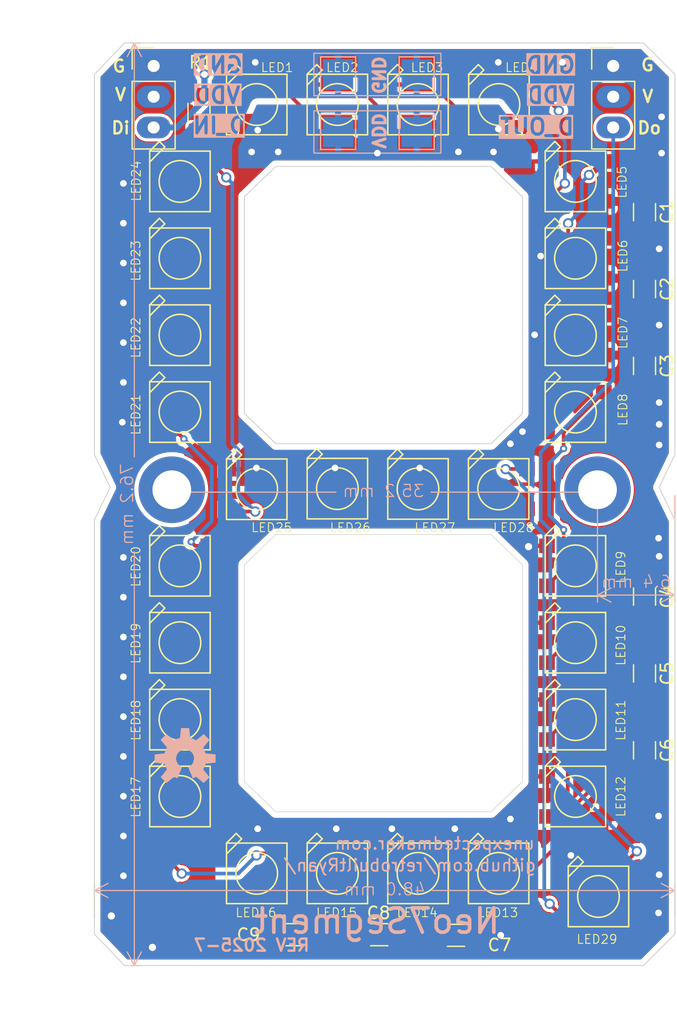
<source format=kicad_pcb>
(kicad_pcb (version 20240108) (generator "pcbnew") (generator_version "8.0")
  (layers (0 "F.Cu" signal) (31 "B.Cu" signal) (34 "B.Paste" user) (35 "F.Paste" user) (36 "B.SilkS" user "B.Silkscreen") (37 "F.SilkS" user "F.Silkscreen") (38 "B.Mask" user) (39 "F.Mask" user) (44 "Edge.Cuts" user))
  (net 0 "")
  (net 1 "GND")
  (net 2 "VDD")
  (net 3 "Net-(LED1-DI)")
  (net 4 "Net-(LED1-DO)")
  (net 5 "Net-(LED2-DO)")
  (net 6 "Net-(LED3-DO)")
  (net 7 "/DATA")
  (net 8 "Net-(LED5-DO)")
  (net 9 "Net-(LED6-DO)")
  (net 10 "Net-(LED7-DO)")
  (net 11 "/DATA1")
  (net 12 "Net-(LED10-DI)")
  (net 13 "Net-(LED10-DO)")
  (net 14 "Net-(LED11-DO)")
  (net 15 "/DATA2")
  (net 16 "Net-(LED13-DO)")
  (net 17 "Net-(LED14-DO)")
  (net 18 "Net-(LED15-DO)")
  (net 19 "/DATA3")
  (net 20 "Net-(LED17-DO)")
  (net 21 "Net-(LED18-DO)")
  (net 22 "Net-(LED19-DO)")
  (net 23 "/DATA4")
  (net 24 "Net-(LED21-DO)")
  (net 25 "Net-(LED22-DO)")
  (net 26 "Net-(LED23-DO)")
  (net 27 "/DATA5")
  (net 28 "Net-(LED25-DO)")
  (net 29 "Net-(LED26-DO)")
  (net 30 "Net-(LED27-DO)")
  (net 31 "/DATA6")
  (net 32 "/DATA_OUT")
  (net 33 "/DATA_IN")
  (footprint "NeoSevenSegment:WS2812B-NARROW" (layer "F.Cu") (at 164.3761 129.1336)
    (property "Reference" "LED12")
    (property "Value" "WS2812B_5050N" (hide yes))
  )
  (footprint "NeoSevenSegment:WS2812B-NARROW" (layer "F.Cu") (at 164.3761 91.0336)
    (property "Reference" "LED7")
    (property "Value" "WS2812B_5050N" (hide yes))
  )
  (footprint "NeoSevenSegment:WS2812B-NARROW" (layer "F.Cu") (at 131.6736 91.0336)
    (property "Reference" "LED22")
    (property "Value" "WS2812B_5050N" (hide yes))
  )
  (footprint "Capacitor_SMD:C_1206_3216Metric" (layer "F.Cu") (at 148.15 140.55)
    (property "Reference" "C8")
    (property "Value" "0.1uF 50V" (hide yes))
  )
  (footprint "MountingHole:MountingHole_3.2mm_M3_ISO14580_Pad_TopBottom" (layer "F.Cu") (at 166.2 103.8)
    (property "Reference" "H2" (hide yes))
    (property "Value" "MountingHole")
  )
  (footprint "NeoSevenSegment:WS2812B-NARROW" (layer "F.Cu") (at 131.6736 84.6836)
    (property "Reference" "LED23")
    (property "Value" "WS2812B_5050N" (hide yes))
  )
  (footprint "NeoSevenSegment:WS2812B-NARROW" (layer "F.Cu") (at 151.3586 135.4836)
    (property "Reference" "LED14")
    (property "Value" "WS2812B_5050N" (hide yes))
  )
  (footprint "Capacitor_SMD:C_1206_3216Metric" (layer "F.Cu") (at 170.0911 87.2236 -90)
    (property "Reference" "C2")
    (property "Value" "0.1uF 50V")
  )
  (footprint "Capacitor_SMD:C_1206_3216Metric" (layer "F.Cu") (at 154.5 140.6)
    (property "Reference" "C7")
    (property "Value" "0.1uF 50V" (hide yes))
  )
  (footprint "MountingHole:MountingHole_3.2mm_M3_ISO14580_Pad_TopBottom" (layer "F.Cu") (at 131 103.8)
    (property "Reference" "H1" (hide yes))
    (property "Value" "MountingHole")
  )
  (footprint "NeoSevenSegment:WS2812B-NARROW" (layer "F.Cu") (at 131.6736 129.1336)
    (property "Reference" "LED17")
    (property "Value" "WS2812B_5050N" (hide yes))
  )
  (footprint "NeoSevenSegment:WS2812B-NARROW" (layer "F.Cu") (at 164.3761 97.3836)
    (property "Reference" "LED8")
    (property "Value" "WS2812B_5050N" (hide yes))
  )
  (footprint "NeoSevenSegment:WS2812B-NARROW" (layer "F.Cu") (at 151.3586 71.9836)
    (property "Reference" "LED3")
    (property "Value" "WS2812B_5050N" (hide yes))
  )
  (footprint "NeoSevenSegment:WS2812B-NARROW" (layer "F.Cu") (at 131.6736 116.4336)
    (property "Reference" "LED19")
    (property "Value" "WS2812B_5050N" (hide yes))
  )
  (footprint "NeoSevenSegment:WS2812B-NARROW" (layer "F.Cu") (at 158.0261 135.4836)
    (property "Reference" "LED13")
    (property "Value" "WS2812B_5050N" (hide yes))
  )
  (footprint "Capacitor_SMD:C_1206_3216Metric" (layer "F.Cu") (at 170.0911 93.5736 -90)
    (property "Reference" "C3")
    (property "Value" "0.1uF 50V")
  )
  (footprint "Capacitor_SMD:C_1206_3216Metric" (layer "F.Cu") (at 170.0911 112.6236 -90)
    (property "Reference" "C4")
    (property "Value" "0.1uF 50V")
  )
  (footprint "Capacitor_SMD:C_1206_3216Metric" (layer "F.Cu") (at 141.15 140.55)
    (property "Reference" "C9")
    (property "Value" "0.1uF 50V" (hide yes))
  )
  (footprint "NeoSevenSegment:WS2812B-NARROW" (layer "F.Cu") (at 131.6736 78.3336)
    (property "Reference" "LED24")
    (property "Value" "WS2812B_5050N" (hide yes))
  )
  (footprint "Capacitor_SMD:C_1206_3216Metric" (layer "F.Cu") (at 170.0911 80.8736 -90)
    (property "Reference" "C1")
    (property "Value" "0.1uF 50V")
  )
  (footprint "NeoSevenSegment:WS2812B-NARROW" (layer "F.Cu") (at 144.6911 71.9836)
    (property "Reference" "LED2")
    (property "Value" "WS2812B_5050N" (hide yes))
  )
  (footprint "NeoSevenSegment:WS2812B-NARROW" (layer "F.Cu") (at 131.6736 110.0836)
    (property "Reference" "LED20")
    (property "Value" "WS2812B_5050N" (hide yes))
  )
  (footprint "NeoSevenSegment:WS2812B-NARROW" (layer "F.Cu") (at 164.3761 122.7836)
    (property "Reference" "LED11")
    (property "Value" "WS2812B_5050N" (hide yes))
  )
  (footprint "NeoSevenSegment:WS2812B-NARROW" (layer "F.Cu") (at 164.3761 110.0836)
    (property "Reference" "LED9")
    (property "Value" "WS2812B_5050N" (hide yes))
  )
  (footprint "NeoSevenSegment:WS2812B-NARROW" (layer "F.Cu") (at 131.6736 122.7836)
    (property "Reference" "LED18")
    (property "Value" "WS2812B_5050N" (hide yes))
  )
  (footprint "NeoSevenSegment:WS2812B-NARROW" (layer "F.Cu") (at 151.3586 103.7336)
    (property "Reference" "LED27")
    (property "Value" "WS2812B_5050N" (hide yes))
  )
  (footprint "NeoSevenSegment:WS2812B-NARROW" (layer "F.Cu") (at 138.0236 71.9836)
    (property "Reference" "LED1")
    (property "Value" "WS2812B_5050N" (hide yes))
  )
  (footprint "NeoSevenSegment:WS2812B-NARROW" (layer "F.Cu") (at 131.6736 97.3836)
    (property "Reference" "LED21")
    (property "Value" "WS2812B_5050N" (hide yes))
  )
  (footprint "NeoSevenSegment:WS2812B-NARROW" (layer "F.Cu") (at 144.6911 135.4836)
    (property "Reference" "LED15")
    (property "Value" "WS2812B_5050N" (hide yes))
  )
  (footprint "PCM_SL_Connectors:PinHeader_1x03_P2.54mm_Vertical" (layer "F.Cu") (at 129.5 68.8)
    (property "Reference" "J1" (hide yes))
    (property "Value" "PINHD_1x3_Male" (hide yes))
  )
  (footprint "Capacitor_SMD:C_1206_3216Metric" (layer "F.Cu") (at 170.0911 118.9736 -90)
    (property "Reference" "C5")
    (property "Value" "0.1uF 50V")
  )
  (footprint "NeoSevenSegment:WS2812B-NARROW" (layer "F.Cu") (at 164.3761 116.4336)
    (property "Reference" "LED10")
    (property "Value" "WS2812B_5050N" (hide yes))
  )
  (footprint "NeoSevenSegment:WS2812B-NARROW" (layer "F.Cu") (at 164.3761 84.6836)
    (property "Reference" "LED6")
    (property "Value" "WS2812B_5050N" (hide yes))
  )
  (footprint "NeoSevenSegment:WS2812B-NARROW" (layer "F.Cu") (at 138.0236 103.759)
    (property "Reference" "LED25")
    (property "Value" "WS2812B_5050N" (hide yes))
  )
  (footprint "Capacitor_SMD:C_1206_3216Metric" (layer "F.Cu") (at 170.0911 125.3236 -90)
    (property "Reference" "C6")
    (property "Value" "0.1uF 50V")
  )
  (footprint "NeoSevenSegment:WS2812B-NARROW" (layer "F.Cu") (at 166.2811 137.3886)
    (property "Reference" "LED29")
    (property "Value" "WS2812B_5050N" (hide yes))
  )
  (footprint "NeoSevenSegment:WS2812B-NARROW" (layer "F.Cu") (at 164.3761 78.3336)
    (property "Reference" "LED5")
    (property "Value" "WS2812B_5050N" (hide yes))
  )
  (footprint "NeoSevenSegment:WS2812B-NARROW" (layer "F.Cu") (at 144.6911 103.7082)
    (property "Reference" "LED26")
    (property "Value" "WS2812B_5050N" (hide yes))
  )
  (footprint "Resistor_SMD:R_1206_3216Metric" (layer "F.Cu") (at 133.25 72.6186 90)
    (property "Reference" "R1")
    (property "Value" "220")
  )
  (footprint "NeoSevenSegment:WS2812B-NARROW" (layer "F.Cu") (at 138.0236 135.4836)
    (property "Reference" "LED16")
    (property "Value" "WS2812B_5050N" (hide yes))
  )
  (footprint "NeoSevenSegment:WS2812B-NARROW" (layer "F.Cu") (at 158.0515 71.9836)
    (property "Reference" "LED4")
    (property "Value" "WS2812B_5050N" (hide yes))
  )
  (footprint "NeoSevenSegment:WS2812B-NARROW" (layer "F.Cu") (at 158.0261 103.7336)
    (property "Reference" "LED28")
    (property "Value" "WS2812B_5050N" (hide yes))
  )
  (footprint "PCM_SL_Connectors:PinHeader_1x03_P2.54mm_Vertical" (layer "F.Cu") (at 167.5 68.8)
    (property "Reference" "J2" (hide yes))
    (property "Value" "PINHD_1x3_Male" (hide yes))
  )
  (footprint "TestPoint:TestPoint_Pad_2.5x2.5mm" (layer "B.Cu") (at 144.75 69.5 180)
    (property "Reference" "TP2" (hide yes))
    (property "Value" "TestPoint" (hide yes))
  )
  (footprint "TestPoint:TestPoint_Pad_2.5x2.5mm" (layer "B.Cu") (at 144.75 74.25 180)
    (property "Reference" "TP1" (hide yes))
    (property "Value" "TestPoint" (hide yes))
  )
  (footprint "TestPoint:TestPoint_Pad_2.5x2.5mm" (layer "B.Cu") (at 151.25 74.25 180)
    (property "Reference" "TP3" (hide yes))
    (property "Value" "TestPoint" (hide yes))
  )
  (footprint "NeoSevenSegment:OSHW-LOGO-M_507" (layer "B.Cu") (at 132.1 126 180)
    (property "Reference" "LOGO1" (hide yes))
    (property "Value" "OSHW-LOGOM" (hide yes))
  )
  (footprint "TestPoint:TestPoint_Pad_2.5x2.5mm" (layer "B.Cu") (at 151.25 69.5 180)
    (property "Reference" "TP4" (hide yes))
    (property "Value" "TestPoint" (hide yes))
  )
  (gr_rect (start 142.75 72.5) (end 153.25 76) (stroke (width 0.1)) (fill none) (layer "B.SilkS"))
  (gr_rect (start 142.75 67.75) (end 153.25 71.25) (stroke (width 0.1)) (fill none) (layer "B.SilkS"))
  (gr_line (start 124.6 106.3) (end 124.6 140.5) (stroke (width 0.0762)) (layer "Edge.Cuts"))
  (gr_line (start 157.3911 77.1) (end 160 79.6036) (stroke (width 0.0762)) (layer "Edge.Cuts"))
  (gr_line (start 139.6111 100) (end 157.4 100) (stroke (width 0.0762)) (layer "Edge.Cuts"))
  (gr_line (start 139.6 77.1) (end 157.3911 77.1) (stroke (width 0.0762)) (layer "Edge.Cuts"))
  (gr_line (start 171.3 103.6) (end 172.6 100.9) (stroke (width 0.0762)) (layer "Edge.Cuts"))
  (gr_line (start 157.4 100) (end 160 97.5) (stroke (width 0.0762)) (layer "Edge.Cuts"))
  (gr_line (start 127.1 143.1) (end 170 143.1) (stroke (width 0.0762)) (layer "Edge.Cuts"))
  (gr_line (start 172.6 140.5) (end 172.6 106.3) (stroke (width 0.0762)) (layer "Edge.Cuts"))
  (gr_line (start 172.6 106.3) (end 171.3 103.6) (stroke (width 0.0762)) (layer "Edge.Cuts"))
  (gr_line (start 137 97.5) (end 139.6111 100) (stroke (width 0.0762)) (layer "Edge.Cuts"))
  (gr_line (start 160 97.5) (end 160 79.6036) (stroke (width 0.0762)) (layer "Edge.Cuts"))
  (gr_line (start 127.1 66.9) (end 170 66.9) (stroke (width 0.0762)) (layer "Edge.Cuts"))
  (gr_line (start 137 79.6036) (end 139.6 77.1) (stroke (width 0.0762)) (layer "Edge.Cuts"))
  (gr_line (start 127.1 66.9) (end 124.6 69.5) (stroke (width 0.0762)) (layer "Edge.Cuts"))
  (gr_line (start 125.9 103.6) (end 124.6 106.3) (stroke (width 0.0762)) (layer "Edge.Cuts"))
  (gr_line (start 137 79.6036) (end 137 97.5) (stroke (width 0.0762)) (layer "Edge.Cuts"))
  (gr_line (start 172.6 100.9) (end 172.6 69.5) (stroke (width 0.0762)) (layer "Edge.Cuts"))
  (gr_line (start 127.1 143.1) (end 124.6 140.5) (stroke (width 0.0762)) (layer "Edge.Cuts"))
  (gr_poly (pts (xy 139.6 107.5) (xy 137 110) (xy 137 127.9) (xy 139.6 130.4) (xy 157.4 130.4) (xy 160 127.9) (xy 160 110) (xy 157.4 107.5)) (stroke (width 0.05)) (fill none) (layer "Edge.Cuts"))
  (gr_line (start 172.6 69.5) (end 170 66.9) (stroke (width 0.0762)) (layer "Edge.Cuts"))
  (gr_line (start 124.6 69.5) (end 124.6 100.9) (stroke (width 0.0762)) (layer "Edge.Cuts"))
  (gr_line (start 124.6 100.9) (end 125.9 103.6) (stroke (width 0.0762)) (layer "Edge.Cuts"))
  (gr_line (start 172.6 140.5) (end 170 143.1) (stroke (width 0.0762)) (layer "Edge.Cuts"))
  (gr_text "D_IN" (at 132.6 74.5 0) (layer "B.SilkS" knockout) (effects (font (size 1.308608 1.308608) (thickness 0.261722) (bold yes)) (justify right bottom mirror)))
  (gr_text "REV 2025-7" (at 142.5 142 0) (layer "B.SilkS") (effects (font (size 1 1) (thickness 0.2)) (justify left bottom mirror)))
  (gr_text "GND" (at 147.5 71.25 270) (layer "B.SilkS") (effects (font (size 1 1) (thickness 0.25) (bold yes)) (justify left bottom mirror)))
  (gr_text "GND" (at 137 69.5 0) (layer "B.SilkS" knockout) (effects (font (size 1.308608 1.308608) (thickness 0.261722) (bold yes)) (justify left bottom mirror)))
  (gr_text "D_OUT" (at 164.4 74.6 0) (layer "B.SilkS" knockout) (effects (font (size 1.308608 1.308608) (thickness 0.261722) (bold yes)) (justify left bottom mirror)))
  (gr_text "VDD" (at 136.8 72 0) (layer "B.SilkS" knockout) (effects (font (size 1.308608 1.308608) (thickness 0.261722) (bold yes)) (justify left bottom mirror)))
  (gr_text "Neo7Segment" (at 158.3 140.6 0) (layer "B.SilkS") (effects (font (size 2 2) (thickness 0.3)) (justify left bottom mirror)))
  (gr_text "VDD" (at 164.3 72 0) (layer "B.SilkS" knockout) (effects (font (size 1.308608 1.308608) (thickness 0.261722) (bold yes)) (justify left bottom mirror)))
  (gr_text "GND" (at 164.5 69.5 0) (layer "B.SilkS" knockout) (effects (font (size 1.308608 1.308608) (thickness 0.261722) (bold yes)) (justify left bottom mirror)))
  (gr_text "github.com/retrobuiltRyan/" (at 161.2 135.4 0) (layer "B.SilkS") (effects (font (size 1 1)) (justify left bottom mirror)))
  (gr_text "unexpectedmaker.com" (at 161.1 133.6 0) (layer "B.SilkS") (effects (font (size 1 1)) (justify left bottom mirror)))
  (gr_text "VDD" (at 147.5 75.75 270) (layer "B.SilkS") (effects (font (size 1 1) (thickness 0.25) (bold yes)) (justify left bottom mirror)))
  (gr_text "V" (at 126.2 71.75 0) (layer "F.SilkS") (effects (font (size 1 1) (thickness 0.2) (bold yes)) (justify left bottom)))
  (gr_text "G" (at 169.7 69.3 0) (layer "F.SilkS") (effects (font (size 1 1) (thickness 0.2) (bold yes)) (justify left bottom)))
  (gr_text "Do" (at 169.4 74.5 0) (layer "F.SilkS") (effects (font (size 1 1) (thickness 0.2) (bold yes)) (justify left bottom)))
  (gr_text "V" (at 169.8 71.9 0) (layer "F.SilkS") (effects (font (size 1 1) (thickness 0.2) (bold yes)) (justify left bottom)))
  (gr_text "Di" (at 125.9 74.5 0) (layer "F.SilkS") (effects (font (size 1 1) (thickness 0.2) (bold yes)) (justify left bottom)))
  (gr_text "G" (at 126 69.4 0) (layer "F.SilkS") (effects (font (size 1 1) (thickness 0.2) (bold yes)) (justify left bottom)))
  (dimension (type orthogonal) (layer "B.SilkS") (pts (xy 127.1 66.9) (xy 127.1 143.1)) (height 0.8) (orientation 1) (gr_text "76.2 mm" (at 127.3 105 90) (layer "B.SilkS") (effects (font (size 1 1) (thickness 0.1)) (justify mirror))) (format (prefix "") (suffix "") (units 3) (units_format 1) (precision 1)) (style (thickness 0.1) (arrow_length 1.27) (text_position_mode 2) (extension_height 0.58642) (extension_offset 0.5) keep_text_aligned))
  (dimension (type orthogonal) (layer "B.SilkS") (pts (xy 172.6 139.6) (xy 124.6 139.6)) (height -2.7) (orientation 0) (gr_text "48.0 mm" (at 148.6 136.8 0) (layer "B.SilkS") (effects (font (size 1 1) (thickness 0.1)) (justify mirror))) (format (prefix "") (suffix "") (units 3) (units_format 1) (precision 1)) (style (thickness 0.1) (arrow_length 1.27) (text_position_mode 2) (extension_height 0.58642) (extension_offset 0.5) keep_text_aligned))
  (dimension (type orthogonal) (layer "B.SilkS") (pts (xy 166.2 103.8) (xy 172.6 103.8)) (height 8.7) (orientation 0) (gr_text "6.4 mm" (at 169.4 111.4 0) (layer "B.SilkS") (effects (font (size 1 1) (thickness 0.1)) (justify mirror))) (format (prefix "") (suffix "") (units 3) (units_format 1) (precision 1)) (style (thickness 0.1) (arrow_length 1.27) (text_position_mode 0) (extension_height 0.58642) (extension_offset 0.5) keep_text_aligned))
  (dimension (type orthogonal) (layer "B.SilkS") (pts (xy 166.2 101.9) (xy 131 101.9)) (height 2.1) (orientation 0) (gr_text "35.2 mm" (at 148.5 103.9 0) (layer "B.SilkS") (effects (font (size 1 1) (thickness 0.1)) (justify mirror))) (format (prefix "") (suffix "") (units 3) (units_format 1) (precision 1)) (style (thickness 0.1) (arrow_length 1.27) (text_position_mode 2) (extension_height 0.58642) (extension_offset 0.5) keep_text_aligned))
  (via (at 171.3 96.6) (size 0.8548) (drill 0.55) (layers "F.Cu" "B.Cu") (net 1))
  (via (at 171.3 83.9) (size 0.8548) (drill 0.55) (layers "F.Cu" "B.Cu") (net 1))
  (via (at 127 119.251868) (size 0.8548) (drill 0.55) (layers "F.Cu" "B.Cu") (net 1))
  (via (at 160.5 108.5) (size 0.9048) (drill 0.6) (layers "F.Cu" "B.Cu") (net 1))
  (via (at 127 85.074376) (size 0.8548) (drill 0.55) (layers "F.Cu" "B.Cu") (net 1))
  (via (at 127 122.539056) (size 0.8548) (drill 0.55) (layers "F.Cu" "B.Cu") (net 1))
  (via (at 126.9111 98.223128) (size 0.8548) (drill 0.55) (layers "F.Cu" "B.Cu") (net 1))
  (via (at 138.1 131.8) (size 0.8548) (drill 0.55) (layers "F.Cu" "B.Cu") (net 1))
  (via (at 127 88.361564) (size 0.8548) (drill 0.55) (layers "F.Cu" "B.Cu") (net 1))
  (via (at 171.3 100.1) (size 0.8548) (drill 0.55) (layers "F.Cu" "B.Cu") (net 1))
  (via (at 161.5 84.5) (size 0.8548) (drill 0.55) (layers "F.Cu" "B.Cu") (net 1))
  (via (at 127 125.826244) (size 0.8548) (drill 0.55) (layers "F.Cu" "B.Cu") (net 1))
  (via (at 127 115.96468) (size 0.8548) (drill 0.55) (layers "F.Cu" "B.Cu") (net 1))
  (via (at 126 139) (size 0.9048) (drill 0.6) (layers "F.Cu" "B.Cu") (net 1))
  (via (at 160 99) (size 0.8548) (drill 0.55) (layers "F.Cu" "B.Cu") (net 1))
  (via (at 171.25 130.75) (size 0.8548) (drill 0.55) (layers "F.Cu" "B.Cu") (net 1))
  (via (at 144.5 102) (size 0.8548) (drill 0.55) (layers "F.Cu" "B.Cu") (net 1))
  (via (at 171.5 73) (size 0.8548) (drill 0.55) (layers "F.Cu" "B.Cu") (net 1))
  (via (at 127 132.40062) (size 0.8548) (drill 0.55) (layers "F.Cu" "B.Cu") (net 1))
  (via (at 171.3 90.2) (size 0.8548) (drill 0.55) (layers "F.Cu" "B.Cu") (net 1))
  (via (at 171.25 138.75) (size 0.8548) (drill 0.55) (layers "F.Cu" "B.Cu") (net 1))
  (via (at 127 81.787188) (size 0.8548) (drill 0.55) (layers "F.Cu" "B.Cu") (net 1))
  (via (at 127 112.677492) (size 0.8548) (drill 0.55) (layers "F.Cu" "B.Cu") (net 1))
  (via (at 127 94.93594) (size 0.8548) (drill 0.55) (layers "F.Cu" "B.Cu") (net 1))
  (via (at 171.3 98.4) (size 0.8548) (drill 0.55) (layers "F.Cu" "B.Cu") (net 1))
  (via (at 171.3 135.6) (size 0.8548) (drill 0.55) (layers "F.Cu" "B.Cu") (net 1))
  (via (at 171.5 76) (size 0.8548) (drill 0.55) (layers "F.Cu" "B.Cu") (net 1))
  (via (at 127 78.5) (size 0.8548) (drill 0.55) (layers "F.Cu" "B.Cu") (net 1))
  (via (at 161 91) (size 0.8548) (drill 0.55) (layers "F.Cu" "B.Cu") (net 1))
  (via (at 138 102) (size 0.8548) (drill 0.55) (layers "F.Cu" "B.Cu") (net 1))
  (via (at 127 129.113432) (size 0.8548) (drill 0.55) (layers "F.Cu" "B.Cu") (net 1))
  (via (at 129.4 141.6) (size 0.9048) (drill 0.6) (layers "F.Cu" "B.Cu") (net 1))
  (via (at 158 68.5) (size 0.8548) (drill 0.55) (layers "F.Cu" "B.Cu") (net 1))
  (via (at 137.9 68.5) (size 0.8548) (drill 0.55) (layers "F.Cu" "B.Cu") (net 1))
  (via (at 151.5 102) (size 0.8548) (drill 0.55) (layers "F.Cu" "B.Cu") (net 1))
  (via (at 127 91.648752) (size 0.8548) (drill 0.55) (layers "F.Cu" "B.Cu") (net 1))
  (via (at 171.3 109.3) (size 0.8548) (drill 0.55) (layers "F.Cu" "B.Cu") (net 1))
  (via (at 159 131) (size 0.8548) (drill 0.55) (layers "F.Cu" "B.Cu") (net 1))
  (via (at 144.6 131.8) (size 0.8548) (drill 0.55) (layers "F.Cu" "B.Cu") (net 1))
  (via (at 158.2 140.6) (size 0.8548) (drill 0.55) (layers "F.Cu" "B.Cu") (net 1))
  (via (at 149.2 131.8) (size 0.8548) (drill 0.55) (layers "F.Cu" "B.Cu") (net 1))
  (via (at 164 134) (size 0.8548) (drill 0.55) (layers "F.Cu" "B.Cu") (net 1))
  (via (at 163.3 68.5) (size 0.8548) (drill 0.55) (layers "F.Cu" "B.Cu") (net 1))
  (via (at 159 100) (size 0.8548) (drill 0.55) (layers "F.Cu" "B.Cu") (net 1))
  (via (at 127 135.687808) (size 0.8548) (drill 0.55) (layers "F.Cu" "B.Cu") (net 1))
  (via (at 127 109.390304) (size 0.8548) (drill 0.55) (layers "F.Cu" "B.Cu") (net 1))
  (via (at 171.25 107.8) (size 0.8548) (drill 0.55) (layers "F.Cu" "B.Cu") (net 1))
  (via (at 154.4 131.8) (size 0.8548) (drill 0.55) (layers "F.Cu" "B.Cu") (net 1))
  (via (at 138.1 74.1) (size 0.8548) (drill 0.55) (layers "F.Cu" "B.Cu") (net 2))
  (via (at 154.7 75.9) (size 0.8548) (drill 0.55) (layers "F.Cu" "B.Cu") (net 2))
  (via (at 137.6 75.9) (size 0.8548) (drill 0.55) (layers "F.Cu" "B.Cu") (net 2))
  (via (at 158 74) (size 0.8548) (drill 0.55) (layers "F.Cu" "B.Cu") (net 2))
  (via (at 148 76) (size 0.8548) (drill 0.55) (layers "F.Cu" "B.Cu") (net 2))
  (via (at 157.6 75.9) (size 0.8548) (drill 0.55) (layers "F.Cu" "B.Cu") (net 2))
  (via (at 139.8 75.9) (size 0.8548) (drill 0.55) (layers "F.Cu" "B.Cu") (net 2))
  (segment (start 133.5786 74.0811) (end 135.2261 74.0811) (width 0.3048) (layer "F.Cu") (net 3))
  (segment (start 135.2261 74.0811) (end 135.6736 73.6336) (width 0.3048) (layer "F.Cu") (net 3))
  (segment (start 140.6911 71.1586) (end 142.3411 72.8086) (width 0.3048) (layer "F.Cu") (net 4))
  (segment (start 140.3736 70.3336) (end 140.6911 71.1586) (width 0.3048) (layer "F.Cu") (net 4))
  (segment (start 142.3411 72.8086) (end 142.3411 73.6336) (width 0.3048) (layer "F.Cu") (net 4))
  (segment (start 147.0411 70.3336) (end 147.2311 70.5236) (width 0.3048) (layer "F.Cu") (net 5))
  (segment (start 147.2311 71.3486) (end 148.6911 72.8086) (width 0.3048) (layer "F.Cu") (net 5))
  (segment (start 148.6911 72.8086) (end 149.0086 73.6336) (width 0.3048) (layer "F.Cu") (net 5))
  (segment (start 147.2311 70.5236) (end 147.2311 71.3486) (width 0.3048) (layer "F.Cu") (net 5))
  (segment (start 155.0665 72.834) (end 155.7015 73.6336) (width 0.3048) (layer "F.Cu") (net 6))
  (segment (start 153.5811 70.5236) (end 153.5811 71.3486) (width 0.3048) (layer "F.Cu") (net 6))
  (segment (start 153.5811 71.3486) (end 155.0665 72.834) (width 0.3048) (layer "F.Cu") (net 6))
  (segment (start 153.7086 70.3336) (end 153.5811 70.5236) (width 0.3048) (layer "F.Cu") (net 6))
  (segment (start 162.0261 79.9739) (end 162.0261 79.9836) (width 0.3048) (layer "F.Cu") (net 7))
  (segment (start 160.8336 70.3336) (end 160.4015 70.3336) (width 0.3048) (layer "F.Cu") (net 7))
  (segment (start 163.5 78.5) (end 162.0261 79.9739) (width 0.3048) (layer "F.Cu") (net 7))
  (segment (start 163 72.5) (end 160.8336 70.3336) (width 0.3048) (layer "F.Cu") (net 7))
  (via (at 163 72.5) (size 0.8548) (drill 0.55) (layers "F.Cu" "B.Cu") (net 7))
  (via (at 163.5 78.5) (size 0.8548) (drill 0.55) (layers "F.Cu" "B.Cu") (net 7))
  (segment (start 163 74.5) (end 163 72.5) (width 0.3048) (layer "B.Cu") (net 7))
  (segment (start 163.5 75) (end 163 74.5) (width 0.3048) (layer "B.Cu") (net 7))
  (segment (start 163.5 78.5) (end 163.5 75) (width 0.3048) (layer "B.Cu") (net 7))
  (segment (start 163.7736 84.5861) (end 162.0261 86.3336) (width 0.3048) (layer "F.Cu") (net 8))
  (segment (start 165.5 77.8) (end 165.6097 77.8) (width 0.5) (layer "F.Cu") (net 8))
  (segment (start 163.7736 81.8) (end 163.7736 84.5861) (width 0.3048) (layer "F.Cu") (net 8))
  (segment (start 165.6097 77.8) (end 166.7261 76.6836) (width 0.5) (layer "F.Cu") (net 8))
  (via (at 163.7736 81.8) (size 0.8548) (drill 0.55) (layers "F.Cu" "B.Cu") (net 8))
  (via (at 165.5 77.8) (size 0.8548) (drill 0.55) (layers "F.Cu" "B.Cu") (net 8))
  (segment (start 165.5 77.8) (end 164.9 78.4) (width 0.3) (layer "B.Cu") (net 8))
  (segment (start 164.9 80.6736) (end 163.7736 81.8) (width 0.3) (layer "B.Cu") (net 8))
  (segment (start 164.9 78.4) (end 164.9 80.6736) (width 0.3) (layer "B.Cu") (net 8))
  (segment (start 162.0261 92.6836) (end 163.7736 90.9361) (width 0.3048) (layer "F.Cu") (net 9))
  (segment (start 163.7736 90.9361) (end 163.7736 85.9861) (width 0.3048) (layer "F.Cu") (net 9))
  (segment (start 163.7736 85.9861) (end 166.7261 83.0336) (width 0.3048) (layer "F.Cu") (net 9))
  (segment (start 163.7411 92.3686) (end 166.7261 89.3836) (width 0.3048) (layer "F.Cu") (net 10))
  (segment (start 162.0261 99.0336) (end 163.7411 97.3186) (width 0.3048) (layer "F.Cu") (net 10))
  (segment (start 163.7411 97.3186) (end 163.7411 92.3686) (width 0.3048) (layer "F.Cu") (net 10))
  (segment (start 163.4 99.0597) (end 163.4 100.4) (width 0.3048) (layer "F.Cu") (net 11))
  (segment (start 166.7261 95.7336) (end 163.4 99.0597) (width 0.3048) (layer "F.Cu") (net 11))
  (segment (start 163.4 107.1) (end 163.4 110.3597) (width 0.3048) (layer "F.Cu") (net 11))
  (segment (start 163.4 110.3597) (end 162.0261 111.7336) (width 0.3048) (layer "F.Cu") (net 11))
  (via (at 163.4 107.1) (size 0.6) (drill 0.3) (layers "F.Cu" "B.Cu") (net 11))
  (via (at 163.4 100.4) (size 0.6) (drill 0.3) (layers "F.Cu" "B.Cu") (net 11))
  (segment (start 162.2 105.9) (end 163.4 107.1) (width 0.3048) (layer "B.Cu") (net 11))
  (segment (start 163.4 100.4) (end 162.2 101.6) (width 0.3048) (layer "B.Cu") (net 11))
  (segment (start 162.2 101.6) (end 162.2 105.9) (width 0.3048) (layer "B.Cu") (net 11))
  (segment (start 163.7411 111.4186) (end 163.7411 116.3686) (width 0.3048) (layer "F.Cu") (net 12))
  (segment (start 166.7261 108.4336) (end 163.7411 111.4186) (width 0.3048) (layer "F.Cu") (net 12))
  (segment (start 163.7411 116.3686) (end 162.0261 118.0836) (width 0.3048) (layer "F.Cu") (net 12))
  (segment (start 163.7411 122.7186) (end 163.7411 117.7686) (width 0.3048) (layer "F.Cu") (net 13))
  (segment (start 163.7411 117.7686) (end 166.7261 114.7836) (width 0.3048) (layer "F.Cu") (net 13))
  (segment (start 162.0261 124.4336) (end 163.7411 122.7186) (width 0.3048) (layer "F.Cu") (net 13))
  (segment (start 163.7411 124.1186) (end 166.7261 121.1336) (width 0.3048) (layer "F.Cu") (net 14))
  (segment (start 162.0261 130.7836) (end 163.7411 129.0686) (width 0.3048) (layer "F.Cu") (net 14))
  (segment (start 163.7411 129.0686) (end 163.7411 124.1186) (width 0.3048) (layer "F.Cu") (net 14))
  (segment (start 159.9636 136.0861) (end 163.7411 132.3086) (width 0.3048) (layer "F.Cu") (net 15))
  (segment (start 166.7261 127.4836) (end 163.7411 130.4686) (width 0.3048) (layer "F.Cu") (net 15))
  (segment (start 155.6761 137.1336) (end 156.7236 136.0861) (width 0.3048) (layer "F.Cu") (net 15))
  (segment (start 163.7411 130.4686) (end 163.7411 132.3086) (width 0.3048) (layer "F.Cu") (net 15))
  (segment (start 156.7236 136.0861) (end 159.9636 136.0861) (width 0.3048) (layer "F.Cu") (net 15))
  (segment (start 158.7261 135.4836) (end 152.8375 135.4836) (width 0.3048) (layer "F.Cu") (net 16))
  (segment (start 152.8375 135.4836) (end 151.1875 137.1336) (width 0.3048) (layer "F.Cu") (net 16))
  (segment (start 151.1875 137.1336) (end 149.0086 137.1336) (width 0.3048) (layer "F.Cu") (net 16))
  (segment (start 160.3761 133.8336) (end 158.7261 135.4836) (width 0.3048) (layer "F.Cu") (net 16))
  (segment (start 144.3664 137.1336) (end 142.3411 137.1336) (width 0.3048) (layer "F.Cu") (net 17))
  (segment (start 152.72625 133.8336) (end 151.07625 135.4836) (width 0.3048) (layer "F.Cu") (net 17))
  (segment (start 151.07625 135.4836) (end 146.0164 135.4836) (width 0.3048) (layer "F.Cu") (net 17))
  (segment (start 146.0164 135.4836) (end 144.3664 137.1336) (width 0.3048) (layer "F.Cu") (net 17))
  (segment (start 153.7086 133.8336) (end 152.72625 133.8336) (width 0.3048) (layer "F.Cu") (net 17))
  (segment (start 145.80125 133.8336) (end 144.15125 135.4836) (width 0.3048) (layer "F.Cu") (net 18))
  (segment (start 137.6411 135.4836) (end 135.6736 137.1336) (width 0.3048) (layer "F.Cu") (net 18))
  (segment (start 144.15125 135.4836) (end 137.6411 135.4836) (width 0.3048) (layer "F.Cu") (net 18))
  (segment (start 147.0411 133.8336) (end 145.80125 133.8336) (width 0.3048) (layer "F.Cu") (net 18))
  (segment (start 138 134) (end 138.1664 133.8336) (width 0.3048) (layer "F.Cu") (net 19))
  (segment (start 138.1664 133.8336) (end 140.3736 133.8336) (width 0.3048) (layer "F.Cu") (net 19))
  (segment (start 129.3236 133) (end 131.8236 135.5) (width 0.3048) (layer "F.Cu") (net 19))
  (segment (start 129.3236 130.7836) (end 129.3236 133) (width 0.3048) (layer "F.Cu") (net 19))
  (via (at 138 134) (size 0.8548) (drill 0.55) (layers "F.Cu" "B.Cu") (net 19))
  (via (at 131.8236 135.5) (size 0.8548) (drill 0.55) (layers "F.Cu" "B.Cu") (net 19))
  (segment (start 136.5 135.5) (end 131.8236 135.5) (width 0.3048) (layer "B.Cu") (net 19))
  (segment (start 138 134) (end 136.5 135.5) (width 0.3048) (layer "B.Cu") (net 19))
  (segment (start 134.0236 127.4836) (end 132.6911 127.4836) (width 0.3048) (layer "F.Cu") (net 20))
  (segment (start 132.6911 127.4836) (end 129.3236 124.4336) (width 0.3048) (layer "F.Cu") (net 20))
  (segment (start 134.0236 121.1336) (end 132.6911 121.1336) (width 0.3048) (layer "F.Cu") (net 21))
  (segment (start 132.6911 121.1336) (end 129.3236 118.0836) (width 0.3048) (layer "F.Cu") (net 21))
  (segment (start 132.6911 114.7836) (end 129.3236 111.7336) (width 0.3048) (layer "F.Cu") (net 22))
  (segment (start 134.0236 114.7836) (end 132.6911 114.7836) (width 0.3048) (layer "F.Cu") (net 22))
  (segment (start 132 99.6) (end 131.61 99.21) (width 0.3048) (layer "F.Cu") (net 23))
  (segment (start 132.6 108.1) (end 132.9336 108.4336) (width 0.3048) (layer "F.Cu") (net 23))
  (segment (start 129.5 99.21) (end 129.3236 99.0336) (width 0.3048) (layer "F.Cu") (net 23))
  (segment (start 131.61 99.21) (end 129.5 99.21) (width 0.3048) (layer "F.Cu") (net 23))
  (segment (start 132.9336 108.4336) (end 134.0236 108.4336) (width 0.3048) (layer "F.Cu") (net 23))
  (via (at 132 99.6) (size 0.6) (drill 0.3) (layers "F.Cu" "B.Cu") (net 23))
  (via (at 132.6 108.1) (size 0.6) (drill 0.3) (layers "F.Cu" "B.Cu") (net 23))
  (segment (start 134.3 106.4) (end 134.3 101.9) (width 0.3048) (layer "B.Cu") (net 23))
  (segment (start 134.3 101.9) (end 132 99.6) (width 0.3048) (layer "B.Cu") (net 23))
  (segment (start 132.6 108.1) (end 134.3 106.4) (width 0.3048) (layer "B.Cu") (net 23))
  (segment (start 134.0236 95.7336) (end 132.6911 95.7336) (width 0.3048) (layer "F.Cu") (net 24))
  (segment (start 132.6911 95.7336) (end 129.3236 92.6836) (width 0.3048) (layer "F.Cu") (net 24))
  (segment (start 132.6911 89.3836) (end 129.3236 86.3336) (width 0.3048) (layer "F.Cu") (net 25))
  (segment (start 134.0236 89.3836) (end 132.6911 89.3836) (width 0.3048) (layer "F.Cu") (net 25))
  (segment (start 134.0236 83.0336) (end 132.6911 83.0336) (width 0.3048) (layer "F.Cu") (net 26))
  (segment (start 132.6911 83.0336) (end 129.3236 79.9836) (width 0.3048) (layer "F.Cu") (net 26))
  (segment (start 137.9 105.6) (end 135.8646 105.6) (width 0.3048) (layer "F.Cu") (net 27))
  (segment (start 134.0236 76.6836) (end 134.1836 76.6836) (width 0.3048) (layer "F.Cu") (net 27))
  (segment (start 135.8646 105.6) (end 135.6736 105.409) (width 0.3048) (layer "F.Cu") (net 27))
  (segment (start 134.1836 76.6836) (end 135.5 78) (width 0.3048) (layer "F.Cu") (net 27))
  (via (at 137.9 105.6) (size 0.8548) (drill 0.55) (layers "F.Cu" "B.Cu") (net 27))
  (via (at 135.5 78) (size 0.8548) (drill 0.55) (layers "F.Cu" "B.Cu") (net 27))
  (segment (start 136 100) (end 136 78.5) (width 0.3048) (layer "B.Cu") (net 27))
  (segment (start 136.5 104.2) (end 136.5 100.5) (width 0.3048) (layer "B.Cu") (net 27))
  (segment (start 136 78.5) (end 135.5 78) (width 0.3048) (layer "B.Cu") (net 27))
  (segment (start 137.9 105.6) (end 136.5 104.2) (width 0.3048) (layer "B.Cu") (net 27))
  (segment (start 136.5 100.5) (end 136 100) (width 0.3048) (layer "B.Cu") (net 27))
  (segment (start 142.3411 104.0765) (end 142.3411 105.3582) (width 0.3048) (layer "F.Cu") (net 28))
  (segment (start 140.3736 102.109) (end 142.3411 104.0765) (width 0.3048) (layer "F.Cu") (net 28))
  (segment (start 149.0086 104.0257) (end 149.0086 105.3836) (width 0.3048) (layer "F.Cu") (net 29))
  (segment (start 147.0411 102.0582) (end 149.0086 104.0257) (width 0.3048) (layer "F.Cu") (net 29))
  (segment (start 153.7086 102.0836) (end 155.6761 104.0511) (width 0.3048) (layer "F.Cu") (net 30))
  (segment (start 155.6761 104.0511) (end 155.6761 105.3836) (width 0.3048) (layer "F.Cu") (net 30))
  (segment (start 162.245801 138) (end 163.284401 139.0386) (width 0.3048) (layer "F.Cu") (net 31))
  (segment (start 158.6164 102.0836) (end 160.3761 102.0836) (width 0.3048) (layer "F.Cu") (net 31))
  (segment (start 158.6 102.1) (end 158.6164 102.0836) (width 0.3048) (layer "F.Cu") (net 31))
  (segment (start 163.284401 139.0386) (end 163.9311 139.0386) (width 0.3048) (layer "F.Cu") (net 31))
  (via (at 158.6 102.1) (size 0.8548) (drill 0.55) (layers "F.Cu" "B.Cu") (net 31))
  (via (at 162.245801 138) (size 0.8548) (drill 0.55) (layers "F.Cu" "B.Cu") (net 31))
  (segment (start 160.8 104.3) (end 160.8 106.5) (width 0.3048) (layer "B.Cu") (net 31))
  (segment (start 158.6 102.1) (end 160.8 104.3) (width 0.3048) (layer "B.Cu") (net 31))
  (segment (start 161.8 137.554199) (end 162.245801 138) (width 0.3048) (layer "B.Cu") (net 31))
  (segment (start 160.8 106.5) (end 161.8 107.5) (width 0.3048) (layer "B.Cu") (net 31))
  (segment (start 161.8 107.5) (end 161.8 137.554199) (width 0.3048) (layer "B.Cu") (net 31))
  (segment (start 169.4561 133.6561) (end 168.6311 134.4811) (width 0.3048) (layer "F.Cu") (net 32))
  (segment (start 168.6311 134.4811) (end 168.6311 135.7386) (width 0.3048) (layer "F.Cu") (net 32))
  (via (at 169.4561 133.6561) (size 0.8548) (drill 0.55) (layers "F.Cu" "B.Cu") (net 32))
  (segment (start 161.5 106.3) (end 162.3048 107.1048) (width 0.3048) (layer "B.Cu") (net 32))
  (segment (start 162.3048 107.1048) (end 162.3048 126.5048) (width 0.3048) (layer "B.Cu") (net 32))
  (segment (start 167.5 94.7) (end 161.5 100.7) (width 0.3048) (layer "B.Cu") (net 32))
  (segment (start 161.5 100.7) (end 161.5 106.3) (width 0.3048) (layer "B.Cu") (net 32))
  (segment (start 162.3048 126.5048) (end 169.4561 133.6561) (width 0.3048) (layer "B.Cu") (net 32))
  (segment (start 167.5 73.913) (end 167.5 94.7) (width 0.3048) (layer "B.Cu") (net 32))
  (segment (start 133.7 69.5) (end 133.7 71.0347) (width 0.5) (layer "F.Cu") (net 33))
  (segment (start 133.7 71.0347) (end 133.5786 71.1561) (width 0.5) (layer "F.Cu") (net 33))
  (segment (start 133.4266 71.3486) (end 133.5786 71.1966) (width 0.3048) (layer "F.Cu") (net 33))
  (via (at 133.7 69.5) (size 0.8548) (drill 0.55) (layers "F.Cu" "B.Cu") (net 33))
  (segment (start 131.42 73.88) (end 133.7 71.6) (width 0.5) (layer "B.Cu") (net 33))
  (segment (start 133.7 71.6) (end 133.7 69.5) (width 0.5) (layer "B.Cu") (net 33))
  (segment (start 129.5 73.88) (end 131.42 73.88) (width 0.5) (layer "B.Cu") (net 33))
  (zone (net 2) (net_name "VDD") (layer "F.Cu") (priority 4) (connect_pads (clearance 0.254)) (min_thickness 0.254) (fill yes (thermal_gap 0.5) (thermal_bridge_width 0.75))
    (polygon (pts (xy 132 70.1) (xy 133 72.75) (xy 164.996109 72.75) (xy 165 70.2) (xy 170.2 70.2) (xy 170.2 76.7) (xy 169.7 77.7) (xy 169.73446 98.6) (xy 171.2 103.7) (xy 169.7464 109.4) (xy 169.8 139.8) (xy 169 141) (xy 166 141) (xy 166 133) (xy 164.199506 131.999988) (xy 164.197953 107.3) (xy 163.1 106.3) (xy 163.1 101.3) (xy 164.19755 100.1) (xy 164.196109 78) (xy 163 77) (xy 163 76) (xy 159.3 76) (xy 158 77) (xy 139.496109 77) (xy 136.996109 79.5) (xy 136.996109 99.5) (xy 134.896109 101.490334) (xy 134.9 104) (xy 137.996109 104) (xy 161 104) (xy 161 106.5) (xy 158 107.5) (xy 139.496109 107.5) (xy 137 110.5) (xy 136.996109 130) (xy 134.6 132.4) (xy 134.6 136.8) (xy 167.096109 136.8) (xy 167.1 141) (xy 162.509224 141) (xy 158.496109 139) (xy 154.496109 139) (xy 154.5 141.5) (xy 152 141.5) (xy 151.996109 139) (xy 147.496109 139) (xy 147.5 141.5) (xy 144.996109 141.5) (xy 144.996109 139) (xy 141.496109 139) (xy 141.496109 141.5) (xy 131.496109 141.5) (xy 131.496109 129) (xy 133 127.9) (xy 133 107.4) (xy 131.996109 106) (xy 132 100.5) (xy 132.796109 100) (xy 132.8 79.4) (xy 130.3 79.4) (xy 130.3 75.9) (xy 128.4 75.9) (xy 126.6 75.5) (xy 126.6 70.1)))
  )
  (zone (net 1) (net_name "GND") (layer "F.Cu") (name "Ground") (priority 1) (connect_pads (clearance 0.508)) (min_thickness 0.254) (fill yes (thermal_gap 0.3548) (thermal_bridge_width 0.3548))
    (polygon (pts (xy 160 76) (xy 163 76) (xy 163 132.5) (xy 161 134) (xy 135 134) (xy 135 132.5) (xy 137 130.5) (xy 157.5 130.5) (xy 160 128) (xy 160 109.998108) (xy 157.8 107.8) (xy 161 106.6) (xy 161 103.5) (xy 135 103.5) (xy 135 101.5) (xy 137.3 99.8) (xy 137.5 100) (xy 157.5 100) (xy 160 97.5) (xy 160 79.5) (xy 158 77.5)))
  )
  (zone (net 1) (net_name "GND") (layer "F.Cu") (name "Ground") (priority 2) (connect_pads (clearance 0.508)) (min_thickness 0.254) (fill yes (thermal_gap 0.3548) (thermal_bridge_width 0.3548))
    (polygon (pts (xy 162.5 133.5) (xy 165.5 133.5) (xy 165.5 137) (xy 162.5 137)))
  )
  (zone (net 1) (net_name "GND") (layer "F.Cu") (name "Ground") (connect_pads (clearance 0.508)) (min_thickness 0.254) (fill yes (thermal_gap 0.3548) (thermal_bridge_width 0.3548))
    (polygon (pts (xy 124.4287 143) (xy 131.7 143) (xy 131.5 79.5) (xy 131.5 75.9) (xy 127 75.9) (xy 127 70) (xy 132 70) (xy 135 71) (xy 164.7 71) (xy 164.7 70.2) (xy 170.2 70.2) (xy 170.2 76.7) (xy 169.7 77.7) (xy 169.735682 100.001063) (xy 169.7464 106.700086) (xy 169.8 140.2) (xy 169.1 141.2) (xy 162.4 141.2) (xy 158.5 139.3) (xy 141.6 139.3) (xy 141.6 141.5) (xy 131.4 141.5) (xy 131.4 143) (xy 172.6 143) (xy 172.6 67) (xy 127 67) (xy 124.5 69.5)))
  )
  (zone (net 1) (net_name "GND") (layer "B.Cu") (priority 6) (connect_pads (clearance 0.35)) (min_thickness 0.1524) (fill yes (thermal_gap 0.3548) (thermal_bridge_width 0.5))
    (polygon (pts (xy 172.6135 143.066) (xy 124.4287 143.066) (xy 124.4287 66.9412) (xy 172.6135 66.9412)))
  )
  (zone (net 2) (net_name "VDD") (layer "B.Cu") (name "power") (priority 7) (connect_pads (clearance 0.508)) (min_thickness 0.254) (fill yes (thermal_gap 0.3548) (thermal_bridge_width 0.5))
    (polygon (pts (xy 158.0515 71.9836) (xy 138.0236 71.9836) (xy 136.5 75.5) (xy 136.5 77.25) (xy 160.75 77.25) (xy 160.75 75.5)))
  )
)
</source>
